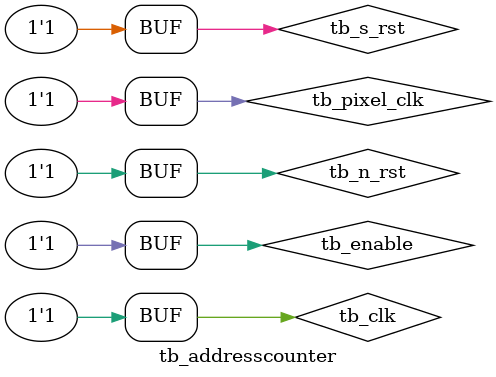
<source format=sv>



`timescale 1ns / 10ps

module tb_addresscounter();
  
  // Define parameters
	parameter CLK_PERIOD				= 6.66;
	parameter PIXEL_PERIOD  = 40;
  
  reg tb_clk;
  reg tb_n_rst;
	reg tb_s_rst;
	reg tb_enable;
	reg tb_pixel_clk;
	reg [19:0] tb_countout;
	reg tb_flag;

	addresscounter DUT
	(
		.clk(tb_clk),
		.n_rst(tb_n_rst),
		.s_rst(tb_s_rst),
		.enable(tb_enable),
		.pixel_clk(tb_pixel_clk),
		.countout(tb_countout),
		.flag(tb_flag)
	);
	
	always
	begin : CLK_GEN
		tb_clk = 1'b0;
		#(CLK_PERIOD / 2);
		tb_clk = 1'b1;
		#(CLK_PERIOD / 2);
	end
	
	always
	begin : PIXEL_GEN
		tb_pixel_clk = 1'b0;
		#(PIXEL_PERIOD / 2);
		tb_pixel_clk = 1'b1;
		#(PIXEL_PERIOD / 2);
	end
	
	initial
	begin 
		tb_n_rst = 0;
	  tb_s_rst = 1;
	  tb_enable = 0;
	  #1;
	  tb_n_rst = 1;
	  tb_s_rst = 1;
	  tb_enable = 0;
	  #10;
	  tb_enable= 1;
	  
	  
    
	end 
	
endmodule

</source>
